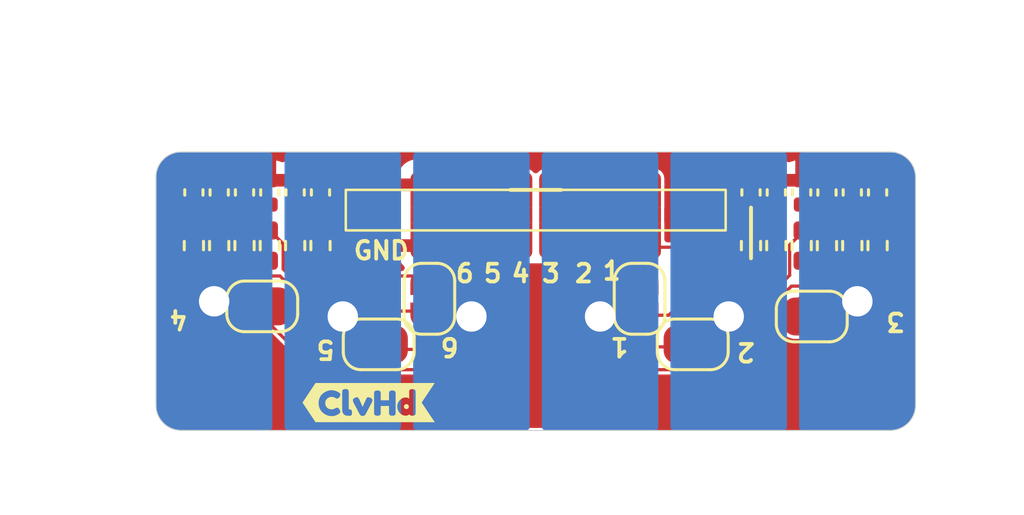
<source format=kicad_pcb>
(kicad_pcb (version 20240108) (generator "pcbnew") (generator_version "8.0")
  (title_block (title "ELectrodes") (date "2023-12-25") (rev "1.0") (company "Aightech"))
  (layers (0 "F.Cu" signal "Front") (1 "In1.Cu" signal) (2 "In2.Cu" signal) (31 "B.Cu" signal "Back") (34 "B.Paste" user) (35 "F.Paste" user) (36 "B.SilkS" user "B.Silkscreen") (37 "F.SilkS" user "F.Silkscreen") (38 "B.Mask" user) (39 "F.Mask" user) (44 "Edge.Cuts" user))
  (net 0 "")
  (net 1 "/IN6")
  (net 2 "/IN5")
  (net 3 "/IN4")
  (net 4 "/IN3")
  (net 5 "/IN2")
  (net 6 "/IN1")
  (net 7 "Net-(C1-Pad1)")
  (net 8 "Net-(C3-Pad1)")
  (net 9 "GND")
  (net 10 "Net-(C5-Pad1)")
  (net 11 "Net-(C7-Pad1)")
  (net 12 "Net-(C9-Pad1)")
  (net 13 "Net-(C11-Pad1)")
  (net 14 "/filtering_1/ELECTRODE")
  (net 15 "/filtering_2/ELECTRODE")
  (net 16 "/filtering_3/ELECTRODE")
  (net 17 "/filtering_4/ELECTRODE")
  (net 18 "/filtering_5/ELECTRODE")
  (net 19 "/filtering_6/ELECTRODE")
  (footprint "00_custom-footprints:SolderWirePad_1x01_SMD_1x2mm" (layer "F.Cu") (at 31.905 28.7 180)
    (property "Reference" "J14" (hide yes))
    (property "Value" "Conn_01x01_Pin" (hide yes))
    (pad "1" smd custom (at 0 -0.5 180) (size 1 1) (layers "F.Cu" "F.Mask") (net 5 "/IN2") (options (clearance outline) (anchor circle)) (primitives (gr_rect (start -0.5 0.15) (end 0.5 0.9) (width 0) (fill yes)) (gr_poly (pts (xy -0.5 -0.25) (xy -0.48097 -0.345671) (xy -0.426777 -0.426777) (xy -0.345671 -0.48097) (xy -0.25 -0.5) (xy 0.25 -0.5) (xy 0.345671 -0.48097) (xy 0.426777 -0.426777) (xy 0.48097 -0.345671) (xy 0.5 -0.25) (xy 0.5 0.25) (xy 0.48097 0.345671) (xy 0.426777 0.426777) (xy 0.345671 0.48097) (xy 0.25 0.5) (xy -0.25 0.5) (xy -0.345671 0.48097) (xy -0.426777 0.426777) (xy -0.48097 0.345671) (xy -0.5 0.25)) (width 0) (fill yes))))
  )
  (footprint "00_custom-footprints:SolderWirePad_1x01_SMD_1x2mm" (layer "F.Cu") (at 29.365 27.3)
    (property "Reference" "J4" (hide yes))
    (property "Value" "Conn_01x01_Pin" (hide yes))
    (pad "1" smd custom (at 0 -0.5) (size 1 1) (layers "F.Cu" "F.Mask") (net 3 "/IN4") (options (clearance outline) (anchor circle)) (primitives (gr_rect (start -0.5 0.15) (end 0.5 0.9) (width 0) (fill yes)) (gr_poly (pts (xy -0.5 -0.25) (xy -0.48097 -0.345671) (xy -0.426777 -0.426777) (xy -0.345671 -0.48097) (xy -0.25 -0.5) (xy 0.25 -0.5) (xy 0.345671 -0.48097) (xy 0.426777 -0.426777) (xy 0.48097 -0.345671) (xy 0.5 -0.25) (xy 0.5 0.25) (xy 0.48097 0.345671) (xy 0.426777 0.426777) (xy 0.345671 0.48097) (xy 0.25 0.5) (xy -0.25 0.5) (xy -0.345671 0.48097) (xy -0.426777 0.426777) (xy -0.48097 0.345671) (xy -0.5 0.25)) (width 0) (fill yes))))
  )
  (footprint "Capacitor_SMD:C_0402_1005Metric" (layer "F.Cu") (at 18.499999 27.1 90)
    (property "Reference" "C9" (hide yes))
    (property "Value" "C" (hide yes))
    (pad "1" smd roundrect (at -0.48 0 90) (size 0.56 0.62) (layers "F.Cu" "F.Paste" "F.Mask") (net 12 "Net-(C9-Pad1)"))
    (pad "2" smd roundrect (at 0.48 0 90) (size 0.56 0.62) (layers "F.Cu" "F.Paste" "F.Mask") (net 9 "GND"))
  )
  (footprint "Resistor_SMD:R_0402_1005Metric_Pad0.72x0.64mm_HandSolder" (layer "F.Cu") (at 42.499999 29.2 90)
    (property "Reference" "R6" (hide yes))
    (property "Value" "R" (hide yes))
    (pad "1" smd roundrect (at -0.5975 0 90) (size 0.715 0.64) (layers "F.Cu" "F.Paste" "F.Mask") (net 10 "Net-(C5-Pad1)"))
    (pad "2" smd roundrect (at 0.5975 0 90) (size 0.715 0.64) (layers "F.Cu" "F.Paste" "F.Mask") (net 4 "/IN3"))
  )
  (footprint "Capacitor_SMD:C_0402_1005Metric" (layer "F.Cu") (at 38.499999 27.1 90)
    (property "Reference" "C2" (hide yes))
    (property "Value" "C" (hide yes))
    (pad "1" smd roundrect (at -0.48 0 90) (size 0.56 0.62) (layers "F.Cu" "F.Paste" "F.Mask") (net 6 "/IN1"))
    (pad "2" smd roundrect (at 0.48 0 90) (size 0.56 0.62) (layers "F.Cu" "F.Paste" "F.Mask") (net 9 "GND"))
  )
  (footprint "Jumper:SolderJumper-2_P1.3mm_Bridged_RoundedPad1.0x1.5mm" (layer "F.Cu") (at 36.199999 33.1 180)
    (property "Reference" "JP2" (hide yes))
    (property "Value" "SolderJumper_2_Bridged" (hide yes))
    (fp_poly (pts (xy 0.25 -0.3) (xy -0.25 -0.3) (xy -0.25 0.3) (xy 0.25 0.3)) (fill solid) (layer "F.Cu"))
    (pad "1" smd custom (at -0.649999 0 180) (size 1 0.5) (layers "F.Cu" "F.Mask") (net 15 "/filtering_2/ELECTRODE") (options (clearance outline) (anchor rect)) (primitives (gr_circle (center 0 0.25) (end 0.5 0.25) (width 0) (fill yes)) (gr_circle (center 0 -0.25) (end 0.5 -0.25) (width 0) (fill yes)) (gr_poly (pts (xy 0.5 0.75) (xy 0 0.75) (xy 0 -0.75) (xy 0.5 -0.75)) (width 0) (fill yes))))
    (pad "2" smd custom (at 0.649999 0 180) (size 1 0.5) (layers "F.Cu" "F.Mask") (net 5 "/IN2") (options (clearance outline) (anchor rect)) (primitives (gr_circle (center 0 0.25) (end 0.5 0.25) (width 0) (fill yes)) (gr_circle (center 0 -0.25) (end 0.5 -0.25) (width 0) (fill yes)) (gr_poly (pts (xy 0 0.75) (xy -0.5 0.75) (xy -0.5 -0.75) (xy 0 -0.75)) (width 0) (fill yes))))
  )
  (footprint "00_custom-footprints:SolderWirePad_1x01_SMD_1x2mm" (layer "F.Cu") (at 25.555 28.7 180)
    (property "Reference" "J9" (hide yes))
    (property "Value" "Conn_01x01_Pin" (hide yes))
    (pad "1" smd custom (at 0 -0.5 180) (size 1 1) (layers "F.Cu" "F.Mask") (net 9 "GND") (options (clearance outline) (anchor circle)) (primitives (gr_rect (start -0.5 0.15) (end 0.5 0.9) (width 0) (fill yes)) (gr_poly (pts (xy -0.5 -0.25) (xy -0.48097 -0.345671) (xy -0.426777 -0.426777) (xy -0.345671 -0.48097) (xy -0.25 -0.5) (xy 0.25 -0.5) (xy 0.345671 -0.48097) (xy 0.426777 -0.426777) (xy 0.48097 -0.345671) (xy 0.5 -0.25) (xy 0.5 0.25) (xy 0.48097 0.345671) (xy 0.426777 0.426777) (xy 0.345671 0.48097) (xy 0.25 0.5) (xy -0.25 0.5) (xy -0.345671 0.48097) (xy -0.426777 0.426777) (xy -0.48097 0.345671) (xy -0.5 0.25)) (width 0) (fill yes))))
  )
  (footprint "Capacitor_SMD:C_0402_1005Metric" (layer "F.Cu") (at 43.499999 27.1 90)
    (property "Reference" "C5" (hide yes))
    (property "Value" "C" (hide yes))
    (pad "1" smd roundrect (at -0.48 0 90) (size 0.56 0.62) (layers "F.Cu" "F.Paste" "F.Mask") (net 10 "Net-(C5-Pad1)"))
    (pad "2" smd roundrect (at 0.48 0 90) (size 0.56 0.62) (layers "F.Cu" "F.Paste" "F.Mask") (net 9 "GND"))
  )
  (footprint "00_custom-footprints:SolderWirePad_1x01_SMD_1x2mm" (layer "F.Cu") (at 26.825 27.3)
    (property "Reference" "J2" (hide yes))
    (property "Value" "Conn_01x01_Pin" (hide yes))
    (pad "1" smd custom (at 0 -0.5) (size 1 1) (layers "F.Cu" "F.Mask") (net 1 "/IN6") (options (clearance outline) (anchor circle)) (primitives (gr_rect (start -0.5 0.15) (end 0.5 0.9) (width 0) (fill yes)) (gr_poly (pts (xy -0.5 -0.25) (xy -0.48097 -0.345671) (xy -0.426777 -0.426777) (xy -0.345671 -0.48097) (xy -0.25 -0.5) (xy 0.25 -0.5) (xy 0.345671 -0.48097) (xy 0.426777 -0.426777) (xy 0.48097 -0.345671) (xy 0.5 -0.25) (xy 0.5 0.25) (xy 0.48097 0.345671) (xy 0.426777 0.426777) (xy 0.345671 0.48097) (xy 0.25 0.5) (xy -0.25 0.5) (xy -0.345671 0.48097) (xy -0.426777 0.426777) (xy -0.48097 0.345671) (xy -0.5 0.25)) (width 0) (fill yes))))
  )
  (footprint "Capacitor_SMD:C_0402_1005Metric" (layer "F.Cu") (at 17.499999 27.1 90)
    (property "Reference" "C8" (hide yes))
    (property "Value" "C" (hide yes))
    (pad "1" smd roundrect (at -0.48 0 90) (size 0.56 0.62) (layers "F.Cu" "F.Paste" "F.Mask") (net 3 "/IN4"))
    (pad "2" smd roundrect (at 0.48 0 90) (size 0.56 0.62) (layers "F.Cu" "F.Paste" "F.Mask") (net 9 "GND"))
  )
  (footprint "00_custom-footprints:Pin_D1.2mm_pogo" (layer "F.Cu") (at 32.539999 32)
    (property "Reference" "J17" (hide yes))
    (property "Value" "Conn_01x01_Pin" (hide yes))
    (pad "1" thru_hole circle (at 0 0) (size 1.8 1.8) (drill 1.2) (layers "*.Cu" "*.Mask") (net 14 "/filtering_1/ELECTRODE"))
  )
  (footprint "Resistor_SMD:R_0402_1005Metric_Pad0.72x0.64mm_HandSolder" (layer "F.Cu") (at 16.499999 29.2 90)
    (property "Reference" "R7" (hide yes))
    (property "Value" "R" (hide yes))
    (pad "1" smd roundrect (at -0.5975 0 90) (size 0.715 0.64) (layers "F.Cu" "F.Paste" "F.Mask") (net 17 "/filtering_4/ELECTRODE"))
    (pad "2" smd roundrect (at 0.5975 0 90) (size 0.715 0.64) (layers "F.Cu" "F.Paste" "F.Mask") (net 11 "Net-(C7-Pad1)"))
  )
  (footprint "00_custom-footprints:Pin_D1.2mm_pogo" (layer "F.Cu") (at 22.379999 32)
    (property "Reference" "J21" (hide yes))
    (property "Value" "Conn_01x01_Pin" (hide yes))
    (pad "1" thru_hole circle (at 0 0) (size 1.8 1.8) (drill 1.2) (layers "*.Cu" "*.Mask") (net 18 "/filtering_5/ELECTRODE"))
  )
  (footprint "Resistor_SMD:R_0402_1005Metric_Pad0.72x0.64mm_HandSolder" (layer "F.Cu") (at 21.499999 29.2 90)
    (property "Reference" "R12" (hide yes))
    (property "Value" "R" (hide yes))
    (pad "1" smd roundrect (at -0.5975 0 90) (size 0.715 0.64) (layers "F.Cu" "F.Paste" "F.Mask") (net 13 "Net-(C11-Pad1)"))
    (pad "2" smd roundrect (at 0.5975 0 90) (size 0.715 0.64) (layers "F.Cu" "F.Paste" "F.Mask") (net 1 "/IN6"))
  )
  (footprint "Capacitor_SMD:C_0402_1005Metric" (layer "F.Cu") (at 40.499999 27.1 90)
    (property "Reference" "C4" (hide yes))
    (property "Value" "C" (hide yes))
    (pad "1" smd roundrect (at -0.48 0 90) (size 0.56 0.62) (layers "F.Cu" "F.Paste" "F.Mask") (net 5 "/IN2"))
    (pad "2" smd roundrect (at 0.48 0 90) (size 0.56 0.62) (layers "F.Cu" "F.Paste" "F.Mask") (net 9 "GND"))
  )
  (footprint "00_custom-footprints:SolderWirePad_1x01_SMD_1x2mm" (layer "F.Cu") (at 29.365 28.7 180)
    (property "Reference" "J12" (hide yes))
    (property "Value" "Conn_01x01_Pin" (hide yes))
    (pad "1" smd custom (at 0 -0.5 180) (size 1 1) (layers "F.Cu" "F.Mask") (net 3 "/IN4") (options (clearance outline) (anchor circle)) (primitives (gr_rect (start -0.5 0.15) (end 0.5 0.9) (width 0) (fill yes)) (gr_poly (pts (xy -0.5 -0.25) (xy -0.48097 -0.345671) (xy -0.426777 -0.426777) (xy -0.345671 -0.48097) (xy -0.25 -0.5) (xy 0.25 -0.5) (xy 0.345671 -0.48097) (xy 0.426777 -0.426777) (xy 0.48097 -0.345671) (xy 0.5 -0.25) (xy 0.5 0.25) (xy 0.48097 0.345671) (xy 0.426777 0.426777) (xy 0.345671 0.48097) (xy 0.25 0.5) (xy -0.25 0.5) (xy -0.345671 0.48097) (xy -0.426777 0.426777) (xy -0.48097 0.345671) (xy -0.5 0.25)) (width 0) (fill yes))))
  )
  (footprint "kibuzzard-66BB0EE4" (layer "F.Cu") (at 23.399999 35.4)
    (property "Reference" "kibuzzard-66BB0EE4" (hide yes))
    (property "Value" "G***" (hide yes))
  )
  (footprint "Jumper:SolderJumper-2_P1.3mm_Bridged_RoundedPad1.0x1.5mm" (layer "F.Cu") (at 23.799999 33.1)
    (property "Reference" "JP5" (hide yes))
    (property "Value" "SolderJumper_2_Bridged" (hide yes))
    (fp_poly (pts (xy 0.25 -0.3) (xy -0.25 -0.3) (xy -0.25 0.3) (xy 0.25 0.3)) (fill solid) (layer "F.Cu"))
    (pad "1" smd custom (at -0.649999 0) (size 1 0.5) (layers "F.Cu" "F.Mask") (net 18 "/filtering_5/ELECTRODE") (options (clearance outline) (anchor rect)) (primitives (gr_circle (center 0 0.25) (end 0.5 0.25) (width 0) (fill yes)) (gr_circle (center 0 -0.25) (end 0.5 -0.25) (width 0) (fill yes)) (gr_poly (pts (xy 0.5 0.75) (xy 0 0.75) (xy 0 -0.75) (xy 0.5 -0.75)) (width 0) (fill yes))))
    (pad "2" smd custom (at 0.649999 0) (size 1 0.5) (layers "F.Cu" "F.Mask") (net 2 "/IN5") (options (clearance outline) (anchor rect)) (primitives (gr_circle (center 0 0.25) (end 0.5 0.25) (width 0) (fill yes)) (gr_circle (center 0 -0.25) (end 0.5 -0.25) (width 0) (fill yes)) (gr_poly (pts (xy 0 0.75) (xy -0.5 0.75) (xy -0.5 -0.75) (xy 0 -0.75)) (width 0) (fill yes))))
  )
  (footprint "Resistor_SMD:R_0402_1005Metric_Pad0.72x0.64mm_HandSolder" (layer "F.Cu") (at 18.499999 29.2 90)
    (property "Reference" "R9" (hide yes))
    (property "Value" "R" (hide yes))
    (pad "1" smd roundrect (at -0.5975 0 90) (size 0.715 0.64) (layers "F.Cu" "F.Paste" "F.Mask") (net 18 "/filtering_5/ELECTRODE"))
    (pad "2" smd roundrect (at 0.5975 0 90) (size 0.715 0.64) (layers "F.Cu" "F.Paste" "F.Mask") (net 12 "Net-(C9-Pad1)"))
  )
  (footprint "00_custom-footprints:SolderWirePad_1x01_SMD_1x2mm" (layer "F.Cu") (at 30.635 28.7 180)
    (property "Reference" "J13" (hide yes))
    (property "Value" "Conn_01x01_Pin" (hide yes))
    (pad "1" smd custom (at 0 -0.5 180) (size 1 1) (layers "F.Cu" "F.Mask") (net 4 "/IN3") (options (clearance outline) (anchor circle)) (primitives (gr_rect (start -0.5 0.15) (end 0.5 0.9) (width 0) (fill yes)) (gr_poly (pts (xy -0.5 -0.25) (xy -0.48097 -0.345671) (xy -0.426777 -0.426777) (xy -0.345671 -0.48097) (xy -0.25 -0.5) (xy 0.25 -0.5) (xy 0.345671 -0.48097) (xy 0.426777 -0.426777) (xy 0.48097 -0.345671) (xy 0.5 -0.25) (xy 0.5 0.25) (xy 0.48097 0.345671) (xy 0.426777 0.426777) (xy 0.345671 0.48097) (xy 0.25 0.5) (xy -0.25 0.5) (xy -0.345671 0.48097) (xy -0.426777 0.426777) (xy -0.48097 0.345671) (xy -0.5 0.25)) (width 0) (fill yes))))
  )
  (footprint "00_custom-footprints:SolderWirePad_1x01_SMD_1x2mm" (layer "F.Cu") (at 34.445 28.7 180)
    (property "Reference" "J16" (hide yes))
    (property "Value" "Conn_01x01_Pin" (hide yes))
    (pad "1" smd custom (at 0 -0.5 180) (size 1 1) (layers "F.Cu" "F.Mask") (net 6 "/IN1") (options (clearance outline) (anchor circle)) (primitives (gr_rect (start -0.5 0.15) (end 0.5 0.9) (width 0) (fill yes)) (gr_poly (pts (xy -0.5 -0.25) (xy -0.48097 -0.345671) (xy -0.426777 -0.426777) (xy -0.345671 -0.48097) (xy -0.25 -0.5) (xy 0.25 -0.5) (xy 0.345671 -0.48097) (xy 0.426777 -0.426777) (xy 0.48097 -0.345671) (xy 0.5 -0.25) (xy 0.5 0.25) (xy 0.48097 0.345671) (xy 0.426777 0.426777) (xy 0.345671 0.48097) (xy 0.25 0.5) (xy -0.25 0.5) (xy -0.345671 0.48097) (xy -0.426777 0.426777) (xy -0.48097 0.345671) (xy -0.5 0.25)) (width 0) (fill yes))))
  )
  (footprint "Capacitor_SMD:C_0402_1005Metric" (layer "F.Cu") (at 39.499999 27.1 90)
    (property "Reference" "C1" (hide yes))
    (property "Value" "C" (hide yes))
    (pad "1" smd roundrect (at -0.48 0 90) (size 0.56 0.62) (layers "F.Cu" "F.Paste" "F.Mask") (net 7 "Net-(C1-Pad1)"))
    (pad "2" smd roundrect (at 0.48 0 90) (size 0.56 0.62) (layers "F.Cu" "F.Paste" "F.Mask") (net 9 "GND"))
  )
  (footprint "Resistor_SMD:R_0402_1005Metric_Pad0.72x0.64mm_HandSolder" (layer "F.Cu") (at 20.499999 29.2 90)
    (property "Reference" "R11" (hide yes))
    (property "Value" "R" (hide yes))
    (pad "1" smd roundrect (at -0.5975 0 90) (size 0.715 0.64) (layers "F.Cu" "F.Paste" "F.Mask") (net 19 "/filtering_6/ELECTRODE"))
    (pad "2" smd roundrect (at 0.5975 0 90) (size 0.715 0.64) (layers "F.Cu" "F.Paste" "F.Mask") (net 13 "Net-(C11-Pad1)"))
  )
  (footprint "Resistor_SMD:R_0402_1005Metric_Pad0.72x0.64mm_HandSolder" (layer "F.Cu") (at 19.499999 29.2 90)
    (property "Reference" "R10" (hide yes))
    (property "Value" "R" (hide yes))
    (pad "1" smd roundrect (at -0.5975 0 90) (size 0.715 0.64) (layers "F.Cu" "F.Paste" "F.Mask") (net 12 "Net-(C9-Pad1)"))
    (pad "2" smd roundrect (at 0.5975 0 90) (size 0.715 0.64) (layers "F.Cu" "F.Paste" "F.Mask") (net 2 "/IN5"))
  )
  (footprint "Capacitor_SMD:C_0402_1005Metric" (layer "F.Cu") (at 42.499999 27.1 90)
    (property "Reference" "C6" (hide yes))
    (property "Value" "C" (hide yes))
    (pad "1" smd roundrect (at -0.48 0 90) (size 0.56 0.62) (layers "F.Cu" "F.Paste" "F.Mask") (net 4 "/IN3"))
    (pad "2" smd roundrect (at 0.48 0 90) (size 0.56 0.62) (layers "F.Cu" "F.Paste" "F.Mask") (net 9 "GND"))
  )
  (footprint "Resistor_SMD:R_0402_1005Metric_Pad0.72x0.64mm_HandSolder" (layer "F.Cu") (at 38.499999 29.2 90)
    (property "Reference" "R2" (hide yes))
    (property "Value" "R" (hide yes))
    (pad "1" smd roundrect (at -0.5975 0 90) (size 0.715 0.64) (layers "F.Cu" "F.Paste" "F.Mask") (net 7 "Net-(C1-Pad1)"))
    (pad "2" smd roundrect (at 0.5975 0 90) (size 0.715 0.64) (layers "F.Cu" "F.Paste" "F.Mask") (net 6 "/IN1"))
  )
  (footprint "Resistor_SMD:R_0402_1005Metric_Pad0.72x0.64mm_HandSolder" (layer "F.Cu") (at 40.499999 29.2 90)
    (property "Reference" "R4" (hide yes))
    (property "Value" "R" (hide yes))
    (pad "1" smd roundrect (at -0.5975 0 90) (size 0.715 0.64) (layers "F.Cu" "F.Paste" "F.Mask") (net 8 "Net-(C3-Pad1)"))
    (pad "2" smd roundrect (at 0.5975 0 90) (size 0.715 0.64) (layers "F.Cu" "F.Paste" "F.Mask") (net 5 "/IN2"))
  )
  (footprint "00_custom-footprints:SolderWirePad_1x01_SMD_1x2mm" (layer "F.Cu") (at 25.555 27.3)
    (property "Reference" "J1" (hide yes))
    (property "Value" "Conn_01x01_Pin" (hide yes))
    (pad "1" smd custom (at 0 -0.5) (size 1 1) (layers "F.Cu" "F.Mask") (net 9 "GND") (options (clearance outline) (anchor circle)) (primitives (gr_rect (start -0.5 0.15) (end 0.5 0.9) (width 0) (fill yes)) (gr_poly (pts (xy -0.5 -0.25) (xy -0.48097 -0.345671) (xy -0.426777 -0.426777) (xy -0.345671 -0.48097) (xy -0.25 -0.5) (xy 0.25 -0.5) (xy 0.345671 -0.48097) (xy 0.426777 -0.426777) (xy 0.48097 -0.345671) (xy 0.5 -0.25) (xy 0.5 0.25) (xy 0.48097 0.345671) (xy 0.426777 0.426777) (xy 0.345671 0.48097) (xy 0.25 0.5) (xy -0.25 0.5) (xy -0.345671 0.48097) (xy -0.426777 0.426777) (xy -0.48097 0.345671) (xy -0.5 0.25)) (width 0) (fill yes))))
  )
  (footprint "Capacitor_SMD:C_0402_1005Metric" (layer "F.Cu") (at 16.499999 27.1 90)
    (property "Reference" "C7" (hide yes))
    (property "Value" "C" (hide yes))
    (pad "1" smd roundrect (at -0.48 0 90) (size 0.56 0.62) (layers "F.Cu" "F.Paste" "F.Mask") (net 11 "Net-(C7-Pad1)"))
    (pad "2" smd roundrect (at 0.48 0 90) (size 0.56 0.62) (layers "F.Cu" "F.Paste" "F.Mask") (net 9 "GND"))
  )
  (footprint "Capacitor_SMD:C_0402_1005Metric" (layer "F.Cu") (at 41.499999 27.1025 90)
    (property "Reference" "C3" (hide yes))
    (property "Value" "C" (hide yes))
    (pad "1" smd roundrect (at -0.48 0 90) (size 0.56 0.62) (layers "F.Cu" "F.Paste" "F.Mask") (net 8 "Net-(C3-Pad1)"))
    (pad "2" smd roundrect (at 0.48 0 90) (size 0.56 0.62) (layers "F.Cu" "F.Paste" "F.Mask") (net 9 "GND"))
  )
  (footprint "Resistor_SMD:R_0402_1005Metric_Pad0.72x0.64mm_HandSolder" (layer "F.Cu") (at 39.499999 29.2 90)
    (property "Reference" "R1" (hide yes))
    (property "Value" "R" (hide yes))
    (pad "1" smd roundrect (at -0.5975 0 90) (size 0.715 0.64) (layers "F.Cu" "F.Paste" "F.Mask") (net 14 "/filtering_1/ELECTRODE"))
    (pad "2" smd roundrect (at 0.5975 0 90) (size 0.715 0.64) (layers "F.Cu" "F.Paste" "F.Mask") (net 7 "Net-(C1-Pad1)"))
  )
  (footprint "00_custom-footprints:SolderWirePad_1x01_SMD_1x2mm" (layer "F.Cu") (at 26.825 28.7 180)
    (property "Reference" "J10" (hide yes))
    (property "Value" "Conn_01x01_Pin" (hide yes))
    (pad "1" smd custom (at 0 -0.5 180) (size 1 1) (layers "F.Cu" "F.Mask") (net 1 "/IN6") (options (clearance outline) (anchor circle)) (primitives (gr_rect (start -0.5 0.15) (end 0.5 0.9) (width 0) (fill yes)) (gr_poly (pts (xy -0.5 -0.25) (xy -0.48097 -0.345671) (xy -0.426777 -0.426777) (xy -0.345671 -0.48097) (xy -0.25 -0.5) (xy 0.25 -0.5) (xy 0.345671 -0.48097) (xy 0.426777 -0.426777) (xy 0.48097 -0.345671) (xy 0.5 -0.25) (xy 0.5 0.25) (xy 0.48097 0.345671) (xy 0.426777 0.426777) (xy 0.345671 0.48097) (xy 0.25 0.5) (xy -0.25 0.5) (xy -0.345671 0.48097) (xy -0.426777 0.426777) (xy -0.48097 0.345671) (xy -0.5 0.25)) (width 0) (fill yes))))
  )
  (footprint "00_custom-footprints:SolderWirePad_1x01_SMD_1x2mm" (layer "F.Cu") (at 33.175 28.7 180)
    (property "Reference" "J15" (hide yes))
    (property "Value" "Conn_01x01_Pin" (hide yes))
    (pad "1" smd custom (at 0 -0.5 180) (size 1 1) (layers "F.Cu" "F.Mask") (net 6 "/IN1") (options (clearance outline) (anchor circle)) (primitives (gr_rect (start -0.5 0.15) (end 0.5 0.9) (width 0) (fill yes)) (gr_poly (pts (xy -0.5 -0.25) (xy -0.48097 -0.345671) (xy -0.426777 -0.426777) (xy -0.345671 -0.48097) (xy -0.25 -0.5) (xy 0.25 -0.5) (xy 0.345671 -0.48097) (xy 0.426777 -0.426777) (xy 0.48097 -0.345671) (xy 0.5 -0.25) (xy 0.5 0.25) (xy 0.48097 0.345671) (xy 0.426777 0.426777) (xy 0.345671 0.48097) (xy 0.25 0.5) (xy -0.25 0.5) (xy -0.345671 0.48097) (xy -0.426777 0.426777) (xy -0.48097 0.345671) (xy -0.5 0.25)) (width 0) (fill yes))))
  )
  (footprint "Resistor_SMD:R_0402_1005Metric_Pad0.72x0.64mm_HandSolder" (layer "F.Cu") (at 17.499999 29.2 90)
    (property "Reference" "R8" (hide yes))
    (property "Value" "R" (hide yes))
    (pad "1" smd roundrect (at -0.5975 0 90) (size 0.715 0.64) (layers "F.Cu" "F.Paste" "F.Mask") (net 11 "Net-(C7-Pad1)"))
    (pad "2" smd roundrect (at 0.5975 0 90) (size 0.715 0.64) (layers "F.Cu" "F.Paste" "F.Mask") (net 3 "/IN4"))
  )
  (footprint "00_custom-footprints:Pin_D1.2mm_pogo" (layer "F.Cu") (at 17.299999 31.4)
    (property "Reference" "J20" (hide yes))
    (property "Value" "Conn_01x01_Pin" (hide yes))
    (pad "1" thru_hole circle (at 0 0) (size 1.8 1.8) (drill 1.2) (layers "*.Cu" "*.Mask") (net 17 "/filtering_4/ELECTRODE"))
  )
  (footprint "Capacitor_SMD:C_0402_1005Metric" (layer "F.Cu") (at 20.499999 27.1 90)
    (property "Reference" "C11" (hide yes))
    (property "Value" "C" (hide yes))
    (pad "1" smd roundrect (at -0.48 0 90) (size 0.56 0.62) (layers "F.Cu" "F.Paste" "F.Mask") (net 13 "Net-(C11-Pad1)"))
    (pad "2" smd roundrect (at 0.48 0 90) (size 0.56 0.62) (layers "F.Cu" "F.Paste" "F.Mask") (net 9 "GND"))
  )
  (footprint "00_custom-footprints:SolderWirePad_1x01_SMD_1x2mm" (layer "F.Cu") (at 30.635 27.3)
    (property "Reference" "J5" (hide yes))
    (property "Value" "Conn_01x01_Pin" (hide yes))
    (pad "1" smd custom (at 0 -0.5) (size 1 1) (layers "F.Cu" "F.Mask") (net 4 "/IN3") (options (clearance outline) (anchor circle)) (primitives (gr_rect (start -0.5 0.15) (end 0.5 0.9) (width 0) (fill yes)) (gr_poly (pts (xy -0.5 -0.25) (xy -0.48097 -0.345671) (xy -0.426777 -0.426777) (xy -0.345671 -0.48097) (xy -0.25 -0.5) (xy 0.25 -0.5) (xy 0.345671 -0.48097) (xy 0.426777 -0.426777) (xy 0.48097 -0.345671) (xy 0.5 -0.25) (xy 0.5 0.25) (xy 0.48097 0.345671) (xy 0.426777 0.426777) (xy 0.345671 0.48097) (xy 0.25 0.5) (xy -0.25 0.5) (xy -0.345671 0.48097) (xy -0.426777 0.426777) (xy -0.48097 0.345671) (xy -0.5 0.25)) (width 0) (fill yes))))
  )
  (footprint "Capacitor_SMD:C_0402_1005Metric" (layer "F.Cu") (at 21.499999 27.1 90)
    (property "Reference" "C12" (hide yes))
    (property "Value" "C" (hide yes))
    (pad "1" smd roundrect (at -0.48 0 90) (size 0.56 0.62) (layers "F.Cu" "F.Paste" "F.Mask") (net 1 "/IN6"))
    (pad "2" smd roundrect (at 0.48 0 90) (size 0.56 0.62) (layers "F.Cu" "F.Paste" "F.Mask") (net 9 "GND"))
  )
  (footprint "00_custom-footprints:SolderWirePad_1x01_SMD_1x2mm" (layer "F.Cu") (at 33.175 27.3)
    (property "Reference" "J7" (hide yes))
    (property "Value" "Conn_01x01_Pin" (hide yes))
    (pad "1" smd custom (at 0 -0.5) (size 1 1) (layers "F.Cu" "F.Mask") (net 6 "/IN1") (options (clearance outline) (anchor circle)) (primitives (gr_rect (start -0.5 0.15) (end 0.5 0.9) (width 0) (fill yes)) (gr_poly (pts (xy -0.5 -0.25) (xy -0.48097 -0.345671) (xy -0.426777 -0.426777) (xy -0.345671 -0.48097) (xy -0.25 -0.5) (xy 0.25 -0.5) (xy 0.345671 -0.48097) (xy 0.426777 -0.426777) (xy 0.48097 -0.345671) (xy 0.5 -0.25) (xy 0.5 0.25) (xy 0.48097 0.345671) (xy 0.426777 0.426777) (xy 0.345671 0.48097) (xy 0.25 0.5) (xy -0.25 0.5) (xy -0.345671 0.48097) (xy -0.426777 0.426777) (xy -0.48097 0.345671) (xy -0.5 0.25)) (width 0) (fill yes))))
  )
  (footprint "Jumper:SolderJumper-2_P1.3mm_Bridged_RoundedPad1.0x1.5mm" (layer "F.Cu") (at 40.899999 32 180)
    (property "Reference" "JP3" (hide yes))
    (property "Value" "SolderJumper_2_Bridged" (hide yes))
    (fp_poly (pts (xy 0.25 -0.3) (xy -0.25 -0.3) (xy -0.25 0.3) (xy 0.25 0.3)) (fill solid) (layer "F.Cu"))
    (pad "1" smd custom (at -0.649999 0 180) (size 1 0.5) (layers "F.Cu" "F.Mask") (net 16 "/filtering_3/ELECTRODE") (options (clearance outline) (anchor rect)) (primitives (gr_circle (center 0 0.25) (end 0.5 0.25) (width 0) (fill yes)) (gr_circle (center 0 -0.25) (end 0.5 -0.25) (width 0) (fill yes)) (gr_poly (pts (xy 0.5 0.75) (xy 0 0.75) (xy 0 -0.75) (xy 0.5 -0.75)) (width 0) (fill yes))))
    (pad "2" smd custom (at 0.649999 0 180) (size 1 0.5) (layers "F.Cu" "F.Mask") (net 4 "/IN3") (options (clearance outline) (anchor rect)) (primitives (gr_circle (center 0 0.25) (end 0.5 0.25) (width 0) (fill yes)) (gr_circle (center 0 -0.25) (end 0.5 -0.25) (width 0) (fill yes)) (gr_poly (pts (xy 0 0.75) (xy -0.5 0.75) (xy -0.5 -0.75) (xy 0 -0.75)) (width 0) (fill yes))))
  )
  (footprint "00_custom-footprints:SolderWirePad_1x01_SMD_1x2mm" (layer "F.Cu") (at 28.095 27.3)
    (property "Reference" "J3" (hide yes))
    (property "Value" "Conn_01x01_Pin" (hide yes))
    (pad "1" smd custom (at 0 -0.5) (size 1 1) (layers "F.Cu" "F.Mask") (net 2 "/IN5") (options (clearance outline) (anchor circle)) (primitives (gr_rect (start -0.5 0.15) (end 0.5 0.9) (width 0) (fill yes)) (gr_poly (pts (xy -0.5 -0.25) (xy -0.48097 -0.345671) (xy -0.426777 -0.426777) (xy -0.345671 -0.48097) (xy -0.25 -0.5) (xy 0.25 -0.5) (xy 0.345671 -0.48097) (xy 0.426777 -0.426777) (xy 0.48097 -0.345671) (xy 0.5 -0.25) (xy 0.5 0.25) (xy 0.48097 0.345671) (xy 0.426777 0.426777) (xy 0.345671 0.48097) (xy 0.25 0.5) (xy -0.25 0.5) (xy -0.345671 0.48097) (xy -0.426777 0.426777) (xy -0.48097 0.345671) (xy -0.5 0.25)) (width 0) (fill yes))))
  )
  (footprint "00_custom-footprints:Pin_D1.2mm_pogo" (layer "F.Cu") (at 37.619999 32)
    (property "Reference" "J18" (hide yes))
    (property "Value" "Conn_01x01_Pin" (hide yes))
    (pad "1" thru_hole circle (at 0 0) (size 1.8 1.8) (drill 1.2) (layers "*.Cu" "*.Mask") (net 15 "/filtering_2/ELECTRODE"))
  )
  (footprint "Capacitor_SMD:C_0402_1005Metric" (layer "F.Cu") (at 19.499999 27.1 90)
    (property "Reference" "C10" (hide yes))
    (property "Value" "C" (hide yes))
    (pad "1" smd roundrect (at -0.48 0 90) (size 0.56 0.62) (layers "F.Cu" "F.Paste" "F.Mask") (net 2 "/IN5"))
    (pad "2" smd roundrect (at 0.48 0 90) (size 0.56 0.62) (layers "F.Cu" "F.Paste" "F.Mask") (net 9 "GND"))
  )
  (footprint "00_custom-footprints:Pin_D1.2mm_pogo" (layer "F.Cu") (at 27.459999 32)
    (property "Reference" "J22" (hide yes))
    (property "Value" "Conn_01x01_Pin" (hide yes))
    (pad "1" thru_hole circle (at 0 0) (size 1.8 1.8) (drill 1.2) (layers "*.Cu" "*.Mask") (net 19 "/filtering_6/ELECTRODE"))
  )
  (footprint "Resistor_SMD:R_0402_1005Metric_Pad0.72x0.64mm_HandSolder" (layer "F.Cu") (at 41.499999 29.2025 90)
    (property "Reference" "R3" (hide yes))
    (property "Value" "R" (hide yes))
    (pad "1" smd roundrect (at -0.5975 0 90) (size 0.715 0.64) (layers "F.Cu" "F.Paste" "F.Mask") (net 15 "/filtering_2/ELECTRODE"))
    (pad "2" smd roundrect (at 0.5975 0 90) (size 0.715 0.64) (layers "F.Cu" "F.Paste" "F.Mask") (net 8 "Net-(C3-Pad1)"))
  )
  (footprint "00_custom-footprints:Pin_D1.2mm_pogo" (layer "F.Cu") (at 42.699999 31.4)
    (property "Reference" "J19" (hide yes))
    (property "Value" "Conn_01x01_Pin" (hide yes))
    (pad "1" thru_hole circle (at 0 0) (size 1.8 1.8) (drill 1.2) (layers "*.Cu" "*.Mask") (net 16 "/filtering_3/ELECTRODE"))
  )
  (footprint "00_custom-footprints:SolderWirePad_1x01_SMD_1x2mm" (layer "F.Cu") (at 28.095 28.7 180)
    (property "Reference" "J11" (hide yes))
    (property "Value" "Conn_01x01_Pin" (hide yes))
    (pad "1" smd custom (at 0 -0.5 180) (size 1 1) (layers "F.Cu" "F.Mask") (net 2 "/IN5") (options (clearance outline) (anchor circle)) (primitives (gr_rect (start -0.5 0.15) (end 0.5 0.9) (width 0) (fill yes)) (gr_poly (pts (xy -0.5 -0.25) (xy -0.48097 -0.345671) (xy -0.426777 -0.426777) (xy -0.345671 -0.48097) (xy -0.25 -0.5) (xy 0.25 -0.5) (xy 0.345671 -0.48097) (xy 0.426777 -0.426777) (xy 0.48097 -0.345671) (xy 0.5 -0.25) (xy 0.5 0.25) (xy 0.48097 0.345671) (xy 0.426777 0.426777) (xy 0.345671 0.48097) (xy 0.25 0.5) (xy -0.25 0.5) (xy -0.345671 0.48097) (xy -0.426777 0.426777) (xy -0.48097 0.345671) (xy -0.5 0.25)) (width 0) (fill yes))))
  )
  (footprint "Jumper:SolderJumper-2_P1.3mm_Bridged_RoundedPad1.0x1.5mm" (layer "F.Cu") (at 25.799999 31.3 90)
    (property "Reference" "JP6" (hide yes))
    (property "Value" "SolderJumper_2_Bridged" (hide yes))
    (fp_poly (pts (xy 0.25 -0.3) (xy -0.25 -0.3) (xy -0.25 0.3) (xy 0.25 0.3)) (fill solid) (layer "F.Cu"))
    (pad "1" smd custom (at -0.649999 0 90) (size 1 0.5) (layers "F.Cu" "F.Mask") (net 19 "/filtering_6/ELECTRODE") (options (clearance outline) (anchor rect)) (primitives (gr_circle (center 0 0.25) (end 0.5 0.25) (width 0) (fill yes)) (gr_circle (center 0 -0.25) (end 0.5 -0.25) (width 0) (fill yes)) (gr_poly (pts (xy 0.5 0.75) (xy 0 0.75) (xy 0 -0.75) (xy 0.5 -0.75)) (width 0) (fill yes))))
    (pad "2" smd custom (at 0.649999 0 90) (size 1 0.5) (layers "F.Cu" "F.Mask") (net 1 "/IN6") (options (clearance outline) (anchor rect)) (primitives (gr_circle (center 0 0.25) (end 0.5 0.25) (width 0) (fill yes)) (gr_circle (center 0 -0.25) (end 0.5 -0.25) (width 0) (fill yes)) (gr_poly (pts (xy 0 0.75) (xy -0.5 0.75) (xy -0.5 -0.75) (xy 0 -0.75)) (width 0) (fill yes))))
  )
  (footprint "00_custom-footprints:SolderWirePad_1x01_SMD_1x2mm" (layer "F.Cu") (at 31.905 27.3)
    (property "Reference" "J6" (hide yes))
    (property "Value" "Conn_01x01_Pin" (hide yes))
    (pad "1" smd custom (at 0 -0.5) (size 1 1) (layers "F.Cu" "F.Mask") (net 5 "/IN2") (options (clearance outline) (anchor circle)) (primitives (gr_rect (start -0.5 0.15) (end 0.5 0.9) (width 0) (fill yes)) (gr_poly (pts (xy -0.5 -0.25) (xy -0.48097 -0.345671) (xy -0.426777 -0.426777) (xy -0.345671 -0.48097) (xy -0.25 -0.5) (xy 0.25 -0.5) (xy 0.345671 -0.48097) (xy 0.426777 -0.426777) (xy 0.48097 -0.345671) (xy 0.5 -0.25) (xy 0.5 0.25) (xy 0.48097 0.345671) (xy 0.426777 0.426777) (xy 0.345671 0.48097) (xy 0.25 0.5) (xy -0.25 0.5) (xy -0.345671 0.48097) (xy -0.426777 0.426777) (xy -0.48097 0.345671) (xy -0.5 0.25)) (width 0) (fill yes))))
  )
  (footprint "00_custom-footprints:SolderWirePad_1x01_SMD_1x2mm" (layer "F.Cu") (at 34.445 27.3)
    (property "Reference" "J8" (hide yes))
    (property "Value" "Conn_01x01_Pin" (hide yes))
    (pad "1" smd custom (at 0 -0.5) (size 1 1) (layers "F.Cu" "F.Mask") (net 6 "/IN1") (options (clearance outline) (anchor circle)) (primitives (gr_rect (start -0.5 0.15) (end 0.5 0.9) (width 0) (fill yes)) (gr_poly (pts (xy -0.5 -0.25) (xy -0.48097 -0.345671) (xy -0.426777 -0.426777) (xy -0.345671 -0.48097) (xy -0.25 -0.5) (xy 0.25 -0.5) (xy 0.345671 -0.48097) (xy 0.426777 -0.426777) (xy 0.48097 -0.345671) (xy 0.5 -0.25) (xy 0.5 0.25) (xy 0.48097 0.345671) (xy 0.426777 0.426777) (xy 0.345671 0.48097) (xy 0.25 0.5) (xy -0.25 0.5) (xy -0.345671 0.48097) (xy -0.426777 0.426777) (xy -0.48097 0.345671) (xy -0.5 0.25)) (width 0) (fill yes))))
  )
  (footprint "Jumper:SolderJumper-2_P1.3mm_Bridged_RoundedPad1.0x1.5mm" (layer "F.Cu") (at 34.099999 31.3 90)
    (property "Reference" "JP1" (hide yes))
    (property "Value" "SolderJumper_2_Bridged" (hide yes))
    (fp_poly (pts (xy 0.25 -0.3) (xy -0.25 -0.3) (xy -0.25 0.3) (xy 0.25 0.3)) (fill solid) (layer "F.Cu"))
    (pad "1" smd custom (at -0.649999 0 90) (size 1 0.5) (layers "F.Cu" "F.Mask") (net 14 "/filtering_1/ELECTRODE") (options (clearance outline) (anchor rect)) (primitives (gr_circle (center 0 0.25) (end 0.5 0.25) (width 0) (fill yes)) (gr_circle (center 0 -0.25) (end 0.5 -0.25) (width 0) (fill yes)) (gr_poly (pts (xy 0.5 0.75) (xy 0 0.75) (xy 0 -0.75) (xy 0.5 -0.75)) (width 0) (fill yes))))
    (pad "2" smd custom (at 0.649999 0 90) (size 1 0.5) (layers "F.Cu" "F.Mask") (net 6 "/IN1") (options (clearance outline) (anchor rect)) (primitives (gr_circle (center 0 0.25) (end 0.5 0.25) (width 0) (fill yes)) (gr_circle (center 0 -0.25) (end 0.5 -0.25) (width 0) (fill yes)) (gr_poly (pts (xy 0 0.75) (xy -0.5 0.75) (xy -0.5 -0.75) (xy 0 -0.75)) (width 0) (fill yes))))
  )
  (footprint "Jumper:SolderJumper-2_P1.3mm_Bridged_RoundedPad1.0x1.5mm" (layer "F.Cu") (at 19.199999 31.6)
    (property "Reference" "JP4" (hide yes))
    (property "Value" "SolderJumper_2_Bridged" (hide yes))
    (fp_poly (pts (xy 0.25 -0.3) (xy -0.25 -0.3) (xy -0.25 0.3) (xy 0.25 0.3)) (fill solid) (layer "F.Cu"))
    (pad "1" smd custom (at -0.649999 0) (size 1 0.5) (layers "F.Cu" "F.Mask") (net 17 "/filtering_4/ELECTRODE") (options (clearance outline) (anchor rect)) (primitives (gr_circle (center 0 0.25) (end 0.5 0.25) (width 0) (fill yes)) (gr_circle (center 0 -0.25) (end 0.5 -0.25) (width 0) (fill yes)) (gr_poly (pts (xy 0.5 0.75) (xy 0 0.75) (xy 0 -0.75) (xy 0.5 -0.75)) (width 0) (fill yes))))
    (pad "2" smd custom (at 0.649999 0) (size 1 0.5) (layers "F.Cu" "F.Mask") (net 3 "/IN4") (options (clearance outline) (anchor rect)) (primitives (gr_circle (center 0 0.25) (end 0.5 0.25) (width 0) (fill yes)) (gr_circle (center 0 -0.25) (end 0.5 -0.25) (width 0) (fill yes)) (gr_poly (pts (xy 0 0.75) (xy -0.5 0.75) (xy -0.5 -0.75) (xy 0 -0.75)) (width 0) (fill yes))))
  )
  (footprint "Resistor_SMD:R_0402_1005Metric_Pad0.72x0.64mm_HandSolder" (layer "F.Cu") (at 43.499999 29.2 90)
    (property "Reference" "R5" (hide yes))
    (property "Value" "R" (hide yes))
    (pad "1" smd roundrect (at -0.5975 0 90) (size 0.715 0.64) (layers "F.Cu" "F.Paste" "F.Mask") (net 16 "/filtering_3/ELECTRODE"))
    (pad "2" smd roundrect (at 0.5975 0 90) (size 0.715 0.64) (layers "F.Cu" "F.Paste" "F.Mask") (net 10 "Net-(C5-Pad1)"))
  )
  (gr_rect (start 30.135 27.7) (end 31.135 28.3) (fill solid) (layer "F.Cu") (net 4))
  (gr_poly (pts (xy 32.599999 36.4) (xy 27.399999 36.4) (xy 27.399999 34.3) (xy 28.999999 32.7) (xy 28.999999 29.9) (xy 30.999999 29.9) (xy 30.999999 32.7) (xy 32.599999 34.3)) (fill solid) (layer "F.Cu"))
  (gr_rect (start 25.055 27.7) (end 26.055 28.3) (fill solid) (layer "F.Cu") (net 9))
  (gr_rect (start 33.945 27.7) (end 34.945 28.3) (fill solid) (layer "F.Cu") (net 6))
  (gr_rect (start 28.865 27.7) (end 29.865 28.3) (fill solid) (layer "F.Cu") (net 3))
  (gr_rect (start 31.405 27.7) (end 32.405 28.3) (fill solid) (layer "F.Cu") (net 5))
  (gr_rect (start 32.675 27.7) (end 33.675 28.3) (fill solid) (layer "F.Cu") (net 6))
  (gr_rect (start 27.595 27.7) (end 28.595 28.3) (fill solid) (layer "F.Cu") (net 2))
  (gr_rect (start 26.325 27.7) (end 27.325 28.3) (fill solid) (layer "F.Cu") (net 1))
  (gr_rect (start 22.5 27) (end 37.5 28.6) (stroke (width 0.1)) (fill none) (layer "F.SilkS"))
  (gr_line (start 29 27) (end 31 27) (stroke (width 0.1524)) (layer "F.SilkS"))
  (gr_line (start 38.5 27.7) (end 38.5 29.7) (stroke (width 0.1524)) (layer "F.SilkS"))
  (gr_line (start 14.999999 26.5) (end 14.999999 35.5) (stroke (width 0.0381)) (layer "Edge.Cuts"))
  (gr_line (start 15.999999 36.5) (end 43.999999 36.5) (stroke (width 0.0381)) (layer "Edge.Cuts"))
  (gr_arc (start 15.999999 36.5) (mid 15.292893 36.207106) (end 14.999999 35.5) (stroke (width 0.0381)) (layer "Edge.Cuts"))
  (gr_arc (start 43.999999 25.5) (mid 44.707106 25.792893) (end 44.999999 26.5) (stroke (width 0.0381)) (layer "Edge.Cuts"))
  (gr_line (start 43.999999 25.5) (end 15.999999 25.5) (stroke (width 0.0381)) (layer "Edge.Cuts"))
  (gr_line (start 44.999999 35.5) (end 44.999999 26.5) (stroke (width 0.0381)) (layer "Edge.Cuts"))
  (gr_arc (start 44.999999 35.5) (mid 44.707106 36.207106) (end 43.999999 36.5) (stroke (width 0.0381)) (layer "Edge.Cuts"))
  (gr_arc (start 14.999999 26.5) (mid 15.292892 25.792893) (end 15.999999 25.5) (stroke (width 0.0381)) (layer "Edge.Cuts"))
  (gr_text "2" (at 31.899999 30.3 0) (layer "F.SilkS") (effects (font (size 0.7 0.7))))
  (gr_text "4" (at 29.399999 30.3 0) (layer "F.SilkS") (effects (font (size 0.7 0.7))))
  (gr_text "4" (at 15.899999 32.1 180) (layer "F.SilkS") (effects (font (size 0.7 0.7))))
  (gr_text "5" (at 28.299999 30.3 0) (layer "F.SilkS") (effects (font (size 0.7 0.7))))
  (gr_text "GND" (at 23.899999 29.4 0) (layer "F.SilkS") (effects (font (size 0.7 0.7))))
  (gr_text "1" (at 32.999999 30.2 0) (layer "F.SilkS") (effects (font (size 0.7 0.7))))
  (gr_text "3" (at 30.599999 30.3 0) (layer "F.SilkS") (effects (font (size 0.7 0.7))))
  (gr_text "6" (at 27.199999 30.3 0) (layer "F.SilkS") (effects (font (size 0.7 0.7))))
  (gr_text "5" (at 21.699999 33.3 180) (layer "F.SilkS") (effects (font (size 0.7 0.7))))
  (gr_text "6" (at 26.599999 33.2 180) (layer "F.SilkS") (effects (font (size 0.7 0.7))))
  (gr_text "1" (at 33.299999 33.2 180) (layer "F.SilkS") (effects (font (size 0.7 0.7))))
  (gr_text "3" (at 44.199999 32.2 180) (layer "F.SilkS") (effects (font (size 0.7 0.7))))
  (gr_text "2" (at 38.299999 33.4 180) (layer "F.SilkS") (effects (font (size 0.7 0.7))))
  (segment (start 26.825 29.774999) (end 26.199999 30.4) (width 0.127) (layer "F.Cu") (net 1))
  (segment (start 21.499999 28.6025) (end 21.499999 27.58) (width 0.127) (layer "F.Cu") (net 1))
  (segment (start 21.801249 28.6025) (end 21.499999 28.6025) (width 0.127) (layer "F.Cu") (net 1))
  (segment (start 23.598749 30.4) (end 21.801249 28.6025) (width 0.127) (layer "F.Cu") (net 1))
  (segment (start 26.825 26.8) (end 26.825 29.2) (width 0.127) (layer "F.Cu") (net 1))
  (segment (start 26.199999 30.4) (end 23.598749 30.4) (width 0.127) (layer "F.Cu") (net 1))
  (segment (start 26.825 29.774999) (end 26.825 29.2) (width 0.127) (layer "F.Cu") (net 1))
  (segment (start 20.597209 30.7) (end 22.799999 30.7) (width 0.127) (layer "F.Cu") (net 2))
  (segment (start 20.026499 29.129) (end 20.026499 30.12929) (width 0.127) (layer "F.Cu") (net 2))
  (segment (start 19.499999 28.6025) (end 20.026499 29.129) (width 0.127) (layer "F.Cu") (net 2))
  (segment (start 28.095 26.8) (end 28.095 29.2) (width 0.127) (layer "F.Cu") (net 2))
  (segment (start 22.799999 30.7) (end 24.749998 32.649999) (width 0.127) (layer "F.Cu") (net 2))
  (segment (start 28.555 29.66) (end 28.095 29.2) (width 0.127) (layer "F.Cu") (net 2))
  (segment (start 28.555 32.43) (end 28.555 29.66) (width 0.127) (layer "F.Cu") (net 2))
  (segment (start 24.749998 32.649999) (end 24.749998 33.3) (width 0.127) (layer "F.Cu") (net 2))
  (segment (start 24.749998 33.3) (end 27.685 33.3) (width 0.127) (layer "F.Cu") (net 2))
  (segment (start 27.685 33.3) (end 28.555 32.43) (width 0.127) (layer "F.Cu") (net 2))
  (segment (start 19.499999 28.6025) (end 19.499999 27.58) (width 0.127) (layer "F.Cu") (net 2))
  (segment (start 20.026499 30.12929) (end 20.597209 30.7) (width 0.127) (layer "F.Cu") (net 2))
  (segment (start 18.316999 30.617) (end 19.216999 30.617) (width 0.127) (layer "F.Cu") (net 3))
  (segment (start 19.599999 31) (end 19.599999 32.4) (width 0.127) (layer "F.Cu") (net 3))
  (segment (start 19.216999 30.617) (end 19.599999 31) (width 0.127) (layer "F.Cu") (net 3))
  (segment (start 17.973499 29.076) (end 17.973499 30.2735) (width 0.127) (layer "F.Cu") (net 3))
  (segment (start 17.499999 28.6025) (end 17.973499 29.076) (width 0.127) (layer "F.Cu") (net 3))
  (segment (start 29.365 26.8) (end 29.365 29.2) (width 0.127) (layer "F.Cu") (net 3))
  (segment (start 28.805 32.5) (end 28.805 29.76) (width 0.127) (layer "F.Cu") (net 3))
  (segment (start 17.973499 30.2735) (end 18.316999 30.617) (width 0.127) (layer "F.Cu") (net 3))
  (segment (start 17.499999 28.6025) (end 17.499999 27.58) (width 0.127) (layer "F.Cu") (net 3))
  (segment (start 27.205 34.1) (end 28.805 32.5) (width 0.127) (layer "F.Cu") (net 3))
  (segment (start 21.299999 34.1) (end 27.205 34.1) (width 0.127) (layer "F.Cu") (net 3))
  (segment (start 28.805 29.76) (end 29.365 29.2) (width 0.127) (layer "F.Cu") (net 3))
  (segment (start 19.599999 32.4) (end 21.299999 34.1) (width 0.127) (layer "F.Cu") (net 3))
  (segment (start 30.635 26.8) (end 30.635 29.2) (width 0.127) (layer "F.Cu") (net 4))
  (segment (start 30.635 29.2) (end 31.208 29.773) (width 0.127) (layer "F.Cu") (net 4))
  (segment (start 31.208 32.563) (end 32.745 34.1) (width 0.127) (layer "F.Cu") (net 4))
  (segment (start 40.999999 30.7) (end 40.25 31.449999) (width 0.127) (layer "F.Cu") (net 4))
  (segment (start 31.208 29.773) (end 31.208 32.563) (width 0.127) (layer "F.Cu") (net 4))
  (segment (start 42.499999 27.58) (end 42.499999 28.6025) (width 0.127) (layer "F.Cu") (net 4))
  (segment (start 42.026499 29.076) (end 42.026499 30.276145) (width 0.127) (layer "F.Cu") (net 4))
  (segment (start 38.15 34.1) (end 40.25 32) (width 0.127) (layer "F.Cu") (net 4))
  (segment (start 42.026499 30.276145) (end 41.602644 30.7) (width 0.127) (layer "F.Cu") (net 4))
  (segment (start 41.602644 30.7) (end 40.999999 30.7) (width 0.127) (layer "F.Cu") (net 4))
  (segment (start 42.499999 28.6025) (end 42.026499 29.076) (width 0.127) (layer "F.Cu") (net 4))
  (segment (start 40.25 31.449999) (end 40.25 32) (width 0.127) (layer "F.Cu") (net 4))
  (segment (start 32.745 34.1) (end 38.15 34.1) (width 0.127) (layer "F.Cu") (net 4))
  (segment (start 35.55 32.456883) (end 35.55 33.1) (width 0.127) (layer "F.Cu") (net 5))
  (segment (start 35.45 33.2) (end 32.185 33.2) (width 0.127) (layer "F.Cu") (net 5))
  (segment (start 32.185 33.2) (end 31.425 32.44) (width 0.127) (layer "F.Cu") (net 5))
  (segment (start 40.026499 29.1735) (end 40.026499 30.3735) (width 0.127) (layer "F.Cu") (net 5))
  (segment (start 31.905 26.8) (end 31.905 29.2) (width 0.127) (layer "F.Cu") (net 5))
  (segment (start 37.106883 30.9) (end 35.55 32.456883) (width 0.127) (layer "F.Cu") (net 5))
  (segment (start 35.55 33.1) (end 35.45 33.2) (width 0.127) (layer "F.Cu") (net 5))
  (segment (start 40.499999 28.7) (end 40.026499 29.1735) (width 0.127) (layer "F.Cu") (net 5))
  (segment (start 40.026499 30.3735) (end 39.499999 30.9) (width 0.127) (layer "F.Cu") (net 5))
  (segment (start 40.499999 28.6025) (end 40.499999 28.7) (width 0.127) (layer "F.Cu") (net 5))
  (segment (start 31.425 29.68) (end 31.905 29.2) (width 0.127) (layer "F.Cu") (net 5))
  (segment (start 40.499999 27.58) (end 40.499999 28.6025) (width 0.127) (layer "F.Cu") (net 5))
  (segment (start 31.425 32.44) (end 31.425 29.68) (width 0.127) (layer "F.Cu") (net 5))
  (segment (start 39.499999 30.9) (end 37.106883 30.9) (width 0.127) (layer "F.Cu") (net 5))
  (segment (start 34.299999 30.650001) (end 34.299999 29.410001) (width 0.127) (layer "F.Cu") (net 6))
  (segment (start 33.175 29.2) (end 34.38 29.2) (width 0.127) (layer "F.Cu") (net 6))
  (segment (start 34.38 29.2) (end 34.445 29.265) (width 0.127) (layer "F.Cu") (net 6))
  (segment (start 34.445 26.865) (end 34.445 29.265) (width 0.127) (layer "F.Cu") (net 6))
  (segment (start 34.299999 29.410001) (end 34.445 29.265) (width 0.127) (layer "F.Cu") (net 6))
  (segment (start 34.445 26.865) (end 33.24 26.865) (width 0.127) (layer "F.Cu") (net 6))
  (segment (start 37.837499 29.265) (end 38.499999 28.6025) (width 0.127) (layer "F.Cu") (net 6))
  (segment (start 33.175 26.8) (end 33.175 29.2) (width 0.127) (layer "F.Cu") (net 6))
  (segment (start 34.445 29.265) (end 37.837499 29.265) (width 0.127) (layer "F.Cu") (net 6))
  (segment (start 38.499999 27.58) (end 38.499999 28.6025) (width 0.127) (layer "F.Cu") (net 6))
  (segment (start 33.24 26.865) (end 33.175 26.8) (width 0.127) (layer "F.Cu") (net 6))
  (segment (start 39.499999 28.7975) (end 38.499999 29.7975) (width 0.127) (layer "F.Cu") (net 7))
  (segment (start 39.499999 27.58) (end 39.499999 28.6025) (width 0.127) (layer "F.Cu") (net 7))
  (segment (start 39.499999 28.6025) (end 39.499999 28.7975) (width 0.127) (layer "F.Cu") (net 7))
  (segment (start 41.499999 27.5825) (end 41.499999 28.605) (width 0.127) (layer "F.Cu") (net 8))
  (segment (start 41.499999 28.7975) (end 40.499999 29.7975) (width 0.127) (layer "F.Cu") (net 8))
  (segment (start 41.499999 28.605) (end 41.499999 28.7975) (width 0.127) (layer "F.Cu") (net 8))
  (segment (start 16.499999 26.62) (end 17.499999 26.62) (width 0.127) (layer "F.Cu") (net 9))
  (segment (start 20.499999 26.62) (end 21.499999 26.62) (width 0.127) (layer "F.Cu") (net 9))
  (segment (start 38.499999 26.62) (end 43.499999 26.62) (width 0.127) (layer "F.Cu") (net 9))
  (segment (start 18.499999 26.62) (end 19.499999 26.62) (width 0.127) (layer "F.Cu") (net 9))
  (segment (start 43.499999 28.7975) (end 42.499999 29.7975) (width 0.127) (layer "F.Cu") (net 10))
  (segment (start 43.499999 28.6025) (end 43.499999 28.7975) (width 0.127) (layer "F.Cu") (net 10))
  (segment (start 43.499999 27.58) (end 43.499999 28.6025) (width 0.127) (layer "F.Cu") (net 10))
  (segment (start 16.499999 27.58) (end 16.499999 28.6025) (width 0.127) (layer "F.Cu") (net 11))
  (segment (start 16.499999 28.7975) (end 17.499999 29.7975) (width 0.127) (layer "F.Cu") (net 11))
  (segment (start 16.499999 28.6025) (end 16.499999 28.7975) (width 0.127) (layer "F.Cu") (net 11))
  (segment (start 18.499999 28.6025) (end 19.499999 29.6025) (width 0.127) (layer "F.Cu") (net 12))
  (segment (start 18.499999 28.6025) (end 18.499999 27.58) (width 0.127) (layer "F.Cu") (net 12))
  (segment (start 19.499999 29.6025) (end 19.499999 29.7975) (width 0.127) (layer "F.Cu") (net 12))
  (segment (start 20.499999 28.7975) (end 21.499999 29.7975) (width 0.127) (layer "F.Cu") (net 13))
  (segment (start 20.499999 28.6025) (end 20.499999 27.58) (width 0.127) (layer "F.Cu") (net 13))
  (segment (start 20.499999 28.6025) (end 20.499999 28.7975) (width 0.127) (layer "F.Cu") (net 13))
  (segment (start 35.25 31.949999) (end 34.299999 31.949999) (width 0.127) (layer "F.Cu") (net 14))
  (segment (start 38.797499 30.5) (end 36.699999 30.5) (width 0.127) (layer "F.Cu") (net 14))
  (segment (start 39.499999 29.7975) (end 38.797499 30.5) (width 0.127) (layer "F.Cu") (net 14))
  (segment (start 34.299999 31.949999) (end 32.59 31.949999) (width 0.127) (layer "F.Cu") (net 14))
  (segment (start 36.699999 30.5) (end 35.25 31.949999) (width 0.127) (layer "F.Cu") (net 14))
  (segment (start 32.59 31.949999) (end 32.539999 32) (width 0.127) (layer "F.Cu") (net 14))
  (segment (start 40.099999 30.8) (end 40.499999 30.8) (width 0.127) (layer "F.Cu") (net 15))
  (segment (start 37.619999 32) (end 38.899999 32) (width 0.127) (layer "F.Cu") (net 15))
  (segment (start 40.499999 30.8) (end 41.499999 29.8) (width 0.127) (layer "F.Cu") (net 15))
  (segment (start 38.899999 32) (end 40.099999 30.8) (width 0.127) (layer "F.Cu") (net 15))
  (segment (start 43.499999 29.7975) (end 43.499999 30.6) (width 0.127) (layer "F.Cu") (net 16))
  (segment (start 43.499999 30.6) (end 42.699999 31.4) (width 0.127) (layer "F.Cu") (net 16))
  (segment (start 16.499999 29.7975) (end 17.299999 30.5975) (width 0.127) (layer "F.Cu") (net 17))
  (segment (start 17.299999 31.4) (end 17.699999 31.8) (width 0.127) (layer "F.Cu") (net 17))
  (segment (start 17.699999 31.8) (end 18.75 31.8) (width 0.127) (layer "F.Cu") (net 17))
  (segment (start 17.299999 30.5975) (end 17.299999 31.4) (width 0.127) (layer "F.Cu") (net 17))
  (segment (start 19.899999 30.4) (end 19.102499 30.4) (width 0.127) (layer "F.Cu") (net 18))
  (segment (start 22.379999 32.02) (end 21.519999 32.02) (width 0.127) (layer "F.Cu") (net 18))
  (segment (start 22.379999 32) (end 22.379999 32.02) (width 0.127) (layer "F.Cu") (net 18))
  (segment (start 19.102499 30.4) (end 18.499999 29.7975) (width 0.127) (layer "F.Cu") (net 18))
  (segment (start 21.519999 32.02) (end 19.899999 30.4) (width 0.127) (layer "F.Cu") (net 18))
  (segment (start 23.45 33.1) (end 23.45 33.070001) (width 0.127) (layer "F.Cu") (net 18))
  (segment (start 23.45 33.070001) (end 22.379999 32) (width 0.127) (layer "F.Cu") (net 18))
  (segment (start 25.699999 31.949999) (end 25.53641 31.78641) (width 0.127) (layer "F.Cu") (net 19))
  (segment (start 22.999999 30.4) (end 21.102499 30.4) (width 0.127) (layer "F.Cu") (net 19))
  (segment (start 25.53641 31.78641) (end 24.386409 31.78641) (width 0.127) (layer "F.Cu") (net 19))
  (segment (start 21.102499 30.4) (end 20.499999 29.7975) (width 0.127) (layer "F.Cu") (net 19))
  (segment (start 24.386409 31.78641) (end 22.999999 30.4) (width 0.127) (layer "F.Cu") (net 19))
  (segment (start 27.409998 31.949999) (end 25.699999 31.949999) (width 0.127) (layer "F.Cu") (net 19))
  (segment (start 27.459999 32) (end 27.409998 31.949999) (width 0.127) (layer "F.Cu") (net 19))
  (zone (net 9) (net_name "GND") (layer "F.Cu") (priority 2) (connect_pads (clearance 0.127)) (min_thickness 0.25) (fill yes (thermal_gap 0.5) (thermal_bridge_width 0.5))
    (polygon (pts (xy 25.055 27.7) (xy 26.055 27.7) (xy 26.055 28.3) (xy 25.055 28.3)))
  )
  (zone (net 9) (net_name "GND") (layers "F.Cu" "In1.Cu" "In2.Cu") (priority 1) (connect_pads (clearance 0.127)) (min_thickness 0.25) (fill yes (thermal_gap 0.5) (thermal_bridge_width 0.5))
    (polygon (pts (xy 14.82 25.3) (xy 45.28 25.3) (xy 45.28 36.8) (xy 14.82 36.8)))
  )
  (zone (net 18) (net_name "/filtering_5/ELECTRODE") (layer "B.Cu") (connect_pads yes (clearance 0.127)) (min_thickness 0.25) (fill yes (thermal_gap 0.5) (thermal_bridge_width 0.5))
    (polygon (pts (xy 20.079999 25.5) (xy 24.679999 25.5) (xy 24.679999 36.5) (xy 20.079999 36.5)))
  )
  (zone (net 16) (net_name "/filtering_3/ELECTRODE") (layer "B.Cu") (connect_pads yes (clearance 0.127)) (min_thickness 0.25) (fill yes (thermal_gap 0.5) (thermal_bridge_width 0.5))
    (polygon (pts (xy 40.399999 25.5) (xy 44.999999 25.5) (xy 44.999999 36.5) (xy 40.399999 36.5)))
  )
  (zone (net 14) (net_name "/filtering_1/ELECTRODE") (layer "B.Cu") (connect_pads yes (clearance 0.127)) (min_thickness 0.25) (fill yes (thermal_gap 0.5) (thermal_bridge_width 0.5))
    (polygon (pts (xy 30.239999 25.5) (xy 34.839999 25.5) (xy 34.839999 36.5) (xy 30.239999 36.5)))
  )
  (zone (net 17) (net_name "/filtering_4/ELECTRODE") (layer "B.Cu") (connect_pads yes (clearance 0.127)) (min_thickness 0.25) (fill yes (thermal_gap 0.5) (thermal_bridge_width 0.5))
    (polygon (pts (xy 14.999999 25.5) (xy 19.599999 25.5) (xy 19.599999 36.5) (xy 14.999999 36.5)))
  )
  (zone (net 19) (net_name "/filtering_6/ELECTRODE") (layer "B.Cu") (connect_pads yes (clearance 0.127)) (min_thickness 0.25) (fill yes (thermal_gap 0.5) (thermal_bridge_width 0.5))
    (polygon (pts (xy 25.159999 25.5) (xy 29.759999 25.5) (xy 29.759999 36.5) (xy 25.159999 36.5)))
  )
  (zone (net 15) (net_name "/filtering_2/ELECTRODE") (layer "B.Cu") (connect_pads yes (clearance 0.127)) (min_thickness 0.25) (fill yes (thermal_gap 0.5) (thermal_bridge_width 0.5))
    (polygon (pts (xy 35.319999 25.5) (xy 39.919999 25.5) (xy 39.919999 36.5) (xy 35.319999 36.5)))
  )
)
</source>
